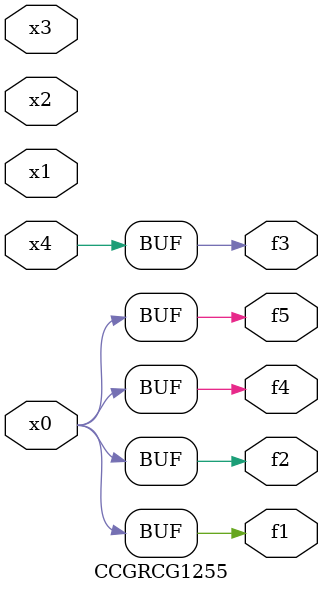
<source format=v>
module CCGRCG1255(
	input x0, x1, x2, x3, x4,
	output f1, f2, f3, f4, f5
);
	assign f1 = x0;
	assign f2 = x0;
	assign f3 = x4;
	assign f4 = x0;
	assign f5 = x0;
endmodule

</source>
